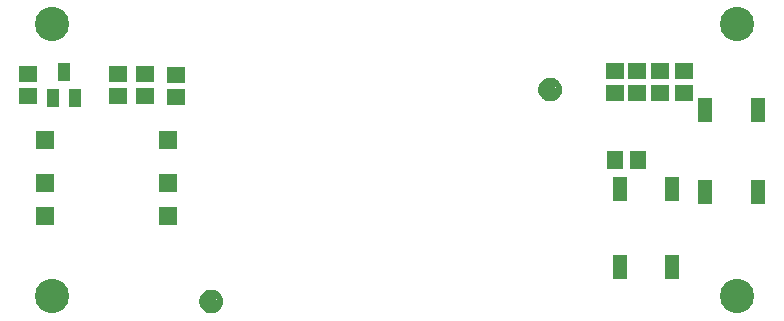
<source format=gbr>
G04 EAGLE Gerber RS-274X export*
G75*
%MOMM*%
%FSLAX34Y34*%
%LPD*%
%INSoldermask Top*%
%IPPOS*%
%AMOC8*
5,1,8,0,0,1.08239X$1,22.5*%
G01*
%ADD10R,1.601600X1.341600*%
%ADD11R,1.341600X1.601600*%
%ADD12C,1.101600*%
%ADD13C,0.500000*%
%ADD14C,2.901600*%
%ADD15R,1.301600X2.101600*%
%ADD16R,1.601600X1.501600*%
%ADD17R,1.101600X1.501600*%


D10*
X570230Y206400D03*
X570230Y225400D03*
X511810Y206400D03*
X511810Y225400D03*
X114300Y203860D03*
X114300Y222860D03*
X140300Y203140D03*
X140300Y222140D03*
D11*
X531470Y149860D03*
X512470Y149860D03*
D10*
X550090Y206600D03*
X550090Y225600D03*
X530860Y225400D03*
X530860Y206400D03*
X91440Y222860D03*
X91440Y203860D03*
D12*
X170208Y30122D03*
D13*
X170208Y37622D02*
X170027Y37620D01*
X169846Y37613D01*
X169665Y37602D01*
X169484Y37587D01*
X169304Y37567D01*
X169124Y37543D01*
X168945Y37515D01*
X168767Y37482D01*
X168590Y37445D01*
X168413Y37404D01*
X168238Y37359D01*
X168063Y37309D01*
X167890Y37255D01*
X167719Y37197D01*
X167548Y37135D01*
X167380Y37068D01*
X167213Y36998D01*
X167047Y36924D01*
X166884Y36845D01*
X166723Y36763D01*
X166563Y36677D01*
X166406Y36587D01*
X166251Y36493D01*
X166098Y36396D01*
X165948Y36294D01*
X165800Y36190D01*
X165654Y36081D01*
X165512Y35970D01*
X165372Y35854D01*
X165235Y35736D01*
X165100Y35614D01*
X164969Y35489D01*
X164841Y35361D01*
X164716Y35230D01*
X164594Y35095D01*
X164476Y34958D01*
X164360Y34818D01*
X164249Y34676D01*
X164140Y34530D01*
X164036Y34382D01*
X163934Y34232D01*
X163837Y34079D01*
X163743Y33924D01*
X163653Y33767D01*
X163567Y33607D01*
X163485Y33446D01*
X163406Y33283D01*
X163332Y33117D01*
X163262Y32950D01*
X163195Y32782D01*
X163133Y32611D01*
X163075Y32440D01*
X163021Y32267D01*
X162971Y32092D01*
X162926Y31917D01*
X162885Y31740D01*
X162848Y31563D01*
X162815Y31385D01*
X162787Y31206D01*
X162763Y31026D01*
X162743Y30846D01*
X162728Y30665D01*
X162717Y30484D01*
X162710Y30303D01*
X162708Y30122D01*
X170208Y37622D02*
X170389Y37620D01*
X170570Y37613D01*
X170751Y37602D01*
X170932Y37587D01*
X171112Y37567D01*
X171292Y37543D01*
X171471Y37515D01*
X171649Y37482D01*
X171826Y37445D01*
X172003Y37404D01*
X172178Y37359D01*
X172353Y37309D01*
X172526Y37255D01*
X172697Y37197D01*
X172868Y37135D01*
X173036Y37068D01*
X173203Y36998D01*
X173369Y36924D01*
X173532Y36845D01*
X173693Y36763D01*
X173853Y36677D01*
X174010Y36587D01*
X174165Y36493D01*
X174318Y36396D01*
X174468Y36294D01*
X174616Y36190D01*
X174762Y36081D01*
X174904Y35970D01*
X175044Y35854D01*
X175181Y35736D01*
X175316Y35614D01*
X175447Y35489D01*
X175575Y35361D01*
X175700Y35230D01*
X175822Y35095D01*
X175940Y34958D01*
X176056Y34818D01*
X176167Y34676D01*
X176276Y34530D01*
X176380Y34382D01*
X176482Y34232D01*
X176579Y34079D01*
X176673Y33924D01*
X176763Y33767D01*
X176849Y33607D01*
X176931Y33446D01*
X177010Y33283D01*
X177084Y33117D01*
X177154Y32950D01*
X177221Y32782D01*
X177283Y32611D01*
X177341Y32440D01*
X177395Y32267D01*
X177445Y32092D01*
X177490Y31917D01*
X177531Y31740D01*
X177568Y31563D01*
X177601Y31385D01*
X177629Y31206D01*
X177653Y31026D01*
X177673Y30846D01*
X177688Y30665D01*
X177699Y30484D01*
X177706Y30303D01*
X177708Y30122D01*
X177706Y29941D01*
X177699Y29760D01*
X177688Y29579D01*
X177673Y29398D01*
X177653Y29218D01*
X177629Y29038D01*
X177601Y28859D01*
X177568Y28681D01*
X177531Y28504D01*
X177490Y28327D01*
X177445Y28152D01*
X177395Y27977D01*
X177341Y27804D01*
X177283Y27633D01*
X177221Y27462D01*
X177154Y27294D01*
X177084Y27127D01*
X177010Y26961D01*
X176931Y26798D01*
X176849Y26637D01*
X176763Y26477D01*
X176673Y26320D01*
X176579Y26165D01*
X176482Y26012D01*
X176380Y25862D01*
X176276Y25714D01*
X176167Y25568D01*
X176056Y25426D01*
X175940Y25286D01*
X175822Y25149D01*
X175700Y25014D01*
X175575Y24883D01*
X175447Y24755D01*
X175316Y24630D01*
X175181Y24508D01*
X175044Y24390D01*
X174904Y24274D01*
X174762Y24163D01*
X174616Y24054D01*
X174468Y23950D01*
X174318Y23848D01*
X174165Y23751D01*
X174010Y23657D01*
X173853Y23567D01*
X173693Y23481D01*
X173532Y23399D01*
X173369Y23320D01*
X173203Y23246D01*
X173036Y23176D01*
X172868Y23109D01*
X172697Y23047D01*
X172526Y22989D01*
X172353Y22935D01*
X172178Y22885D01*
X172003Y22840D01*
X171826Y22799D01*
X171649Y22762D01*
X171471Y22729D01*
X171292Y22701D01*
X171112Y22677D01*
X170932Y22657D01*
X170751Y22642D01*
X170570Y22631D01*
X170389Y22624D01*
X170208Y22622D01*
X170027Y22624D01*
X169846Y22631D01*
X169665Y22642D01*
X169484Y22657D01*
X169304Y22677D01*
X169124Y22701D01*
X168945Y22729D01*
X168767Y22762D01*
X168590Y22799D01*
X168413Y22840D01*
X168238Y22885D01*
X168063Y22935D01*
X167890Y22989D01*
X167719Y23047D01*
X167548Y23109D01*
X167380Y23176D01*
X167213Y23246D01*
X167047Y23320D01*
X166884Y23399D01*
X166723Y23481D01*
X166563Y23567D01*
X166406Y23657D01*
X166251Y23751D01*
X166098Y23848D01*
X165948Y23950D01*
X165800Y24054D01*
X165654Y24163D01*
X165512Y24274D01*
X165372Y24390D01*
X165235Y24508D01*
X165100Y24630D01*
X164969Y24755D01*
X164841Y24883D01*
X164716Y25014D01*
X164594Y25149D01*
X164476Y25286D01*
X164360Y25426D01*
X164249Y25568D01*
X164140Y25714D01*
X164036Y25862D01*
X163934Y26012D01*
X163837Y26165D01*
X163743Y26320D01*
X163653Y26477D01*
X163567Y26637D01*
X163485Y26798D01*
X163406Y26961D01*
X163332Y27127D01*
X163262Y27294D01*
X163195Y27462D01*
X163133Y27633D01*
X163075Y27804D01*
X163021Y27977D01*
X162971Y28152D01*
X162926Y28327D01*
X162885Y28504D01*
X162848Y28681D01*
X162815Y28859D01*
X162787Y29038D01*
X162763Y29218D01*
X162743Y29398D01*
X162728Y29579D01*
X162717Y29760D01*
X162710Y29941D01*
X162708Y30122D01*
D14*
X35254Y35000D03*
X35254Y265000D03*
X615254Y265000D03*
X615254Y35000D03*
D15*
X633370Y192480D03*
X633370Y122480D03*
X588370Y122480D03*
X588370Y192480D03*
X560480Y125710D03*
X560480Y59710D03*
X516480Y59710D03*
X516480Y125710D03*
D16*
X29280Y167120D03*
X29280Y130120D03*
X29280Y102120D03*
X133280Y102120D03*
X133280Y130120D03*
X133280Y167120D03*
D17*
X45720Y224360D03*
X55220Y202360D03*
X36220Y202360D03*
D10*
X15240Y203860D03*
X15240Y222860D03*
D12*
X457200Y209550D03*
D13*
X457200Y217050D02*
X457019Y217048D01*
X456838Y217041D01*
X456657Y217030D01*
X456476Y217015D01*
X456296Y216995D01*
X456116Y216971D01*
X455937Y216943D01*
X455759Y216910D01*
X455582Y216873D01*
X455405Y216832D01*
X455230Y216787D01*
X455055Y216737D01*
X454882Y216683D01*
X454711Y216625D01*
X454540Y216563D01*
X454372Y216496D01*
X454205Y216426D01*
X454039Y216352D01*
X453876Y216273D01*
X453715Y216191D01*
X453555Y216105D01*
X453398Y216015D01*
X453243Y215921D01*
X453090Y215824D01*
X452940Y215722D01*
X452792Y215618D01*
X452646Y215509D01*
X452504Y215398D01*
X452364Y215282D01*
X452227Y215164D01*
X452092Y215042D01*
X451961Y214917D01*
X451833Y214789D01*
X451708Y214658D01*
X451586Y214523D01*
X451468Y214386D01*
X451352Y214246D01*
X451241Y214104D01*
X451132Y213958D01*
X451028Y213810D01*
X450926Y213660D01*
X450829Y213507D01*
X450735Y213352D01*
X450645Y213195D01*
X450559Y213035D01*
X450477Y212874D01*
X450398Y212711D01*
X450324Y212545D01*
X450254Y212378D01*
X450187Y212210D01*
X450125Y212039D01*
X450067Y211868D01*
X450013Y211695D01*
X449963Y211520D01*
X449918Y211345D01*
X449877Y211168D01*
X449840Y210991D01*
X449807Y210813D01*
X449779Y210634D01*
X449755Y210454D01*
X449735Y210274D01*
X449720Y210093D01*
X449709Y209912D01*
X449702Y209731D01*
X449700Y209550D01*
X457200Y217050D02*
X457381Y217048D01*
X457562Y217041D01*
X457743Y217030D01*
X457924Y217015D01*
X458104Y216995D01*
X458284Y216971D01*
X458463Y216943D01*
X458641Y216910D01*
X458818Y216873D01*
X458995Y216832D01*
X459170Y216787D01*
X459345Y216737D01*
X459518Y216683D01*
X459689Y216625D01*
X459860Y216563D01*
X460028Y216496D01*
X460195Y216426D01*
X460361Y216352D01*
X460524Y216273D01*
X460685Y216191D01*
X460845Y216105D01*
X461002Y216015D01*
X461157Y215921D01*
X461310Y215824D01*
X461460Y215722D01*
X461608Y215618D01*
X461754Y215509D01*
X461896Y215398D01*
X462036Y215282D01*
X462173Y215164D01*
X462308Y215042D01*
X462439Y214917D01*
X462567Y214789D01*
X462692Y214658D01*
X462814Y214523D01*
X462932Y214386D01*
X463048Y214246D01*
X463159Y214104D01*
X463268Y213958D01*
X463372Y213810D01*
X463474Y213660D01*
X463571Y213507D01*
X463665Y213352D01*
X463755Y213195D01*
X463841Y213035D01*
X463923Y212874D01*
X464002Y212711D01*
X464076Y212545D01*
X464146Y212378D01*
X464213Y212210D01*
X464275Y212039D01*
X464333Y211868D01*
X464387Y211695D01*
X464437Y211520D01*
X464482Y211345D01*
X464523Y211168D01*
X464560Y210991D01*
X464593Y210813D01*
X464621Y210634D01*
X464645Y210454D01*
X464665Y210274D01*
X464680Y210093D01*
X464691Y209912D01*
X464698Y209731D01*
X464700Y209550D01*
X464698Y209369D01*
X464691Y209188D01*
X464680Y209007D01*
X464665Y208826D01*
X464645Y208646D01*
X464621Y208466D01*
X464593Y208287D01*
X464560Y208109D01*
X464523Y207932D01*
X464482Y207755D01*
X464437Y207580D01*
X464387Y207405D01*
X464333Y207232D01*
X464275Y207061D01*
X464213Y206890D01*
X464146Y206722D01*
X464076Y206555D01*
X464002Y206389D01*
X463923Y206226D01*
X463841Y206065D01*
X463755Y205905D01*
X463665Y205748D01*
X463571Y205593D01*
X463474Y205440D01*
X463372Y205290D01*
X463268Y205142D01*
X463159Y204996D01*
X463048Y204854D01*
X462932Y204714D01*
X462814Y204577D01*
X462692Y204442D01*
X462567Y204311D01*
X462439Y204183D01*
X462308Y204058D01*
X462173Y203936D01*
X462036Y203818D01*
X461896Y203702D01*
X461754Y203591D01*
X461608Y203482D01*
X461460Y203378D01*
X461310Y203276D01*
X461157Y203179D01*
X461002Y203085D01*
X460845Y202995D01*
X460685Y202909D01*
X460524Y202827D01*
X460361Y202748D01*
X460195Y202674D01*
X460028Y202604D01*
X459860Y202537D01*
X459689Y202475D01*
X459518Y202417D01*
X459345Y202363D01*
X459170Y202313D01*
X458995Y202268D01*
X458818Y202227D01*
X458641Y202190D01*
X458463Y202157D01*
X458284Y202129D01*
X458104Y202105D01*
X457924Y202085D01*
X457743Y202070D01*
X457562Y202059D01*
X457381Y202052D01*
X457200Y202050D01*
X457019Y202052D01*
X456838Y202059D01*
X456657Y202070D01*
X456476Y202085D01*
X456296Y202105D01*
X456116Y202129D01*
X455937Y202157D01*
X455759Y202190D01*
X455582Y202227D01*
X455405Y202268D01*
X455230Y202313D01*
X455055Y202363D01*
X454882Y202417D01*
X454711Y202475D01*
X454540Y202537D01*
X454372Y202604D01*
X454205Y202674D01*
X454039Y202748D01*
X453876Y202827D01*
X453715Y202909D01*
X453555Y202995D01*
X453398Y203085D01*
X453243Y203179D01*
X453090Y203276D01*
X452940Y203378D01*
X452792Y203482D01*
X452646Y203591D01*
X452504Y203702D01*
X452364Y203818D01*
X452227Y203936D01*
X452092Y204058D01*
X451961Y204183D01*
X451833Y204311D01*
X451708Y204442D01*
X451586Y204577D01*
X451468Y204714D01*
X451352Y204854D01*
X451241Y204996D01*
X451132Y205142D01*
X451028Y205290D01*
X450926Y205440D01*
X450829Y205593D01*
X450735Y205748D01*
X450645Y205905D01*
X450559Y206065D01*
X450477Y206226D01*
X450398Y206389D01*
X450324Y206555D01*
X450254Y206722D01*
X450187Y206890D01*
X450125Y207061D01*
X450067Y207232D01*
X450013Y207405D01*
X449963Y207580D01*
X449918Y207755D01*
X449877Y207932D01*
X449840Y208109D01*
X449807Y208287D01*
X449779Y208466D01*
X449755Y208646D01*
X449735Y208826D01*
X449720Y209007D01*
X449709Y209188D01*
X449702Y209369D01*
X449700Y209550D01*
M02*

</source>
